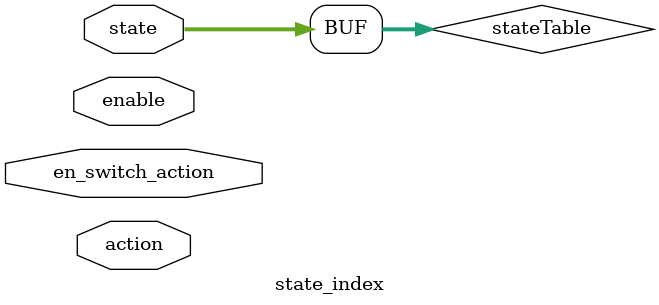
<source format=v>
module state_index(en_switch_action, enable, action, state);
    input enable;
    input en_switch_action;
    input [3:0] action;
    reg [17:0] stateTable;
    input [17:0] state;
    always @(enable)
    begin
        if (enable)
        begin
           if (en_switch_action)
           begin
                case (action)
                    action == 4'd0: stateTable[1:0] <= 01;
                    action == 4'd1: stateTable[3:2] <= 01;
                    action == 4'd2: stateTable[5:4] <= 01;
                    action == 4'd3: stateTable[7:6] <= 01;
                    action == 4'd4: stateTable[9:8] <= 01;
                    action == 4'd5: stateTable[11:10] <= 01;
                    action == 4'd6: stateTable[13:12] <= 01;
                    action == 4'd7: stateTable[15:14] <= 01;
                    action == 4'd8: stateTable[17:16] <= 01;   
                endcase 
           end
           else
           begin
               case (action)
                    action == 4'd0: stateTable[1:0] <= 10;
                    action == 4'd1: stateTable[3:2] <= 10;
                    action == 4'd2: stateTable[5:4] <= 10;
                    action == 4'd3: stateTable[7:6] <= 10;
                    action == 4'd4: stateTable[9:8] <= 10;
                    action == 4'd5: stateTable[11:10] <= 10;
                    action == 4'd6: stateTable[13:12] <= 10;
                    action == 4'd7: stateTable[15:14] <= 10;
                    action == 4'd8: stateTable[17:16] <= 10;   
                endcase 
           end
        end
        else
        begin
            stateTable <= 18'd0;
        end
    end
    assign state = stateTable;
endmodule
 
</source>
